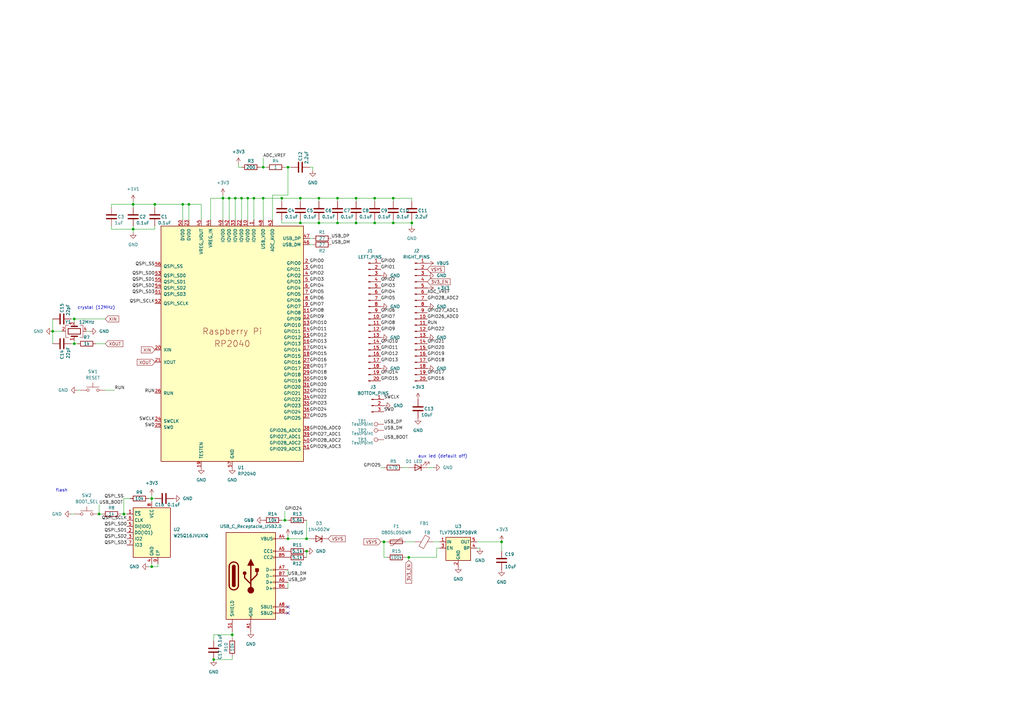
<source format=kicad_sch>
(kicad_sch (version 20230121) (generator eeschema)
  (paper "A3")
  (lib_symbols
    (symbol "Connector:Conn_01x03_Pin" (pin_names (offset 1.016) hide)
      (property "Reference" "J" (at 0 5.08 0))
      (property "Value" "Conn_01x03_Pin" (at 0 -5.08 0))
      (symbol "Conn_01x03_Pin_1_1"
        (pin passive line (at 5.08 2.54 180) (length 3.81) (name "Pin_1") (number "1"))
        (pin passive line (at 5.08 0 180) (length 3.81) (name "Pin_2") (number "2"))
        (pin passive line (at 5.08 -2.54 180) (length 3.81) (name "Pin_3") (number "3"))
      )
    )
    (symbol "Connector:Conn_01x20_Pin" (pin_names (offset 1.016) hide)
      (property "Reference" "J" (at 0 25.4 0))
      (property "Value" "Conn_01x20_Pin" (at 0 -27.94 0))
      (symbol "Conn_01x20_Pin_1_1"
        (pin passive line (at 5.08 22.86 180) (length 3.81) (name "Pin_1") (number "1"))
        (pin passive line (at 5.08 0 180) (length 3.81) (name "Pin_10") (number "10"))
        (pin passive line (at 5.08 -2.54 180) (length 3.81) (name "Pin_11") (number "11"))
        (pin passive line (at 5.08 -5.08 180) (length 3.81) (name "Pin_12") (number "12"))
        (pin passive line (at 5.08 -7.62 180) (length 3.81) (name "Pin_13") (number "13"))
        (pin passive line (at 5.08 -10.16 180) (length 3.81) (name "Pin_14") (number "14"))
        (pin passive line (at 5.08 -12.7 180) (length 3.81) (name "Pin_15") (number "15"))
        (pin passive line (at 5.08 -15.24 180) (length 3.81) (name "Pin_16") (number "16"))
        (pin passive line (at 5.08 -17.78 180) (length 3.81) (name "Pin_17") (number "17"))
        (pin passive line (at 5.08 -20.32 180) (length 3.81) (name "Pin_18") (number "18"))
        (pin passive line (at 5.08 -22.86 180) (length 3.81) (name "Pin_19") (number "19"))
        (pin passive line (at 5.08 20.32 180) (length 3.81) (name "Pin_2") (number "2"))
        (pin passive line (at 5.08 -25.4 180) (length 3.81) (name "Pin_20") (number "20"))
        (pin passive line (at 5.08 17.78 180) (length 3.81) (name "Pin_3") (number "3"))
        (pin passive line (at 5.08 15.24 180) (length 3.81) (name "Pin_4") (number "4"))
        (pin passive line (at 5.08 12.7 180) (length 3.81) (name "Pin_5") (number "5"))
        (pin passive line (at 5.08 10.16 180) (length 3.81) (name "Pin_6") (number "6"))
        (pin passive line (at 5.08 7.62 180) (length 3.81) (name "Pin_7") (number "7"))
        (pin passive line (at 5.08 5.08 180) (length 3.81) (name "Pin_8") (number "8"))
        (pin passive line (at 5.08 2.54 180) (length 3.81) (name "Pin_9") (number "9"))
      )
    )
    (symbol "Connector:TestPoint" (pin_numbers hide) (pin_names (offset 0.762) hide)
      (property "Reference" "TP" (at 0 6.858 0))
      (property "Value" "TestPoint" (at 0 5.08 0))
      (symbol "TestPoint_1_1"
        (pin passive line (at 0 0 90) (length 2.54) (name "1") (number "1"))
      )
    )
    (symbol "Connector:USB_C_Receptacle_USB2.0" (pin_names (offset 1.016))
      (property "Reference" "J" (at -10.16 19.05 0))
      (property "Value" "USB_C_Receptacle_USB2.0" (at 19.05 19.05 0))
      (symbol "USB_C_Receptacle_USB2.0_1_1"
        (pin passive line (at 0 -22.86 90) (length 5.08) (name "GND") (number "A1"))
        (pin passive line (at 0 -22.86 90) (length 5.08) hide (name "GND") (number "A12"))
        (pin passive line (at 15.24 15.24 180) (length 5.08) (name "VBUS") (number "A4"))
        (pin bidirectional line (at 15.24 10.16 180) (length 5.08) (name "CC1") (number "A5"))
        (pin bidirectional line (at 15.24 -2.54 180) (length 5.08) (name "D+") (number "A6"))
        (pin bidirectional line (at 15.24 2.54 180) (length 5.08) (name "D-") (number "A7"))
        (pin bidirectional line (at 15.24 -12.7 180) (length 5.08) (name "SBU1") (number "A8"))
        (pin passive line (at 15.24 15.24 180) (length 5.08) hide (name "VBUS") (number "A9"))
        (pin passive line (at 0 -22.86 90) (length 5.08) hide (name "GND") (number "B1"))
        (pin passive line (at 0 -22.86 90) (length 5.08) hide (name "GND") (number "B12"))
        (pin passive line (at 15.24 15.24 180) (length 5.08) hide (name "VBUS") (number "B4"))
        (pin bidirectional line (at 15.24 7.62 180) (length 5.08) (name "CC2") (number "B5"))
        (pin bidirectional line (at 15.24 -5.08 180) (length 5.08) (name "D+") (number "B6"))
        (pin bidirectional line (at 15.24 0 180) (length 5.08) (name "D-") (number "B7"))
        (pin bidirectional line (at 15.24 -15.24 180) (length 5.08) (name "SBU2") (number "B8"))
        (pin passive line (at 15.24 15.24 180) (length 5.08) hide (name "VBUS") (number "B9"))
        (pin passive line (at -7.62 -22.86 90) (length 5.08) (name "SHIELD") (number "S1"))
      )
    )
    (symbol "Device:C" (pin_numbers hide) (pin_names (offset 0.254))
      (property "Reference" "C" (at 0.635 2.54 0))
      (property "Value" "C" (at 0.635 -2.54 0))
      (symbol "C_1_1"
        (pin passive line (at 0 3.81 270) (length 2.794) (name "~") (number "1"))
        (pin passive line (at 0 -3.81 90) (length 2.794) (name "~") (number "2"))
      )
    )
    (symbol "Device:Crystal_GND24" (pin_names (offset 1.016) hide)
      (property "Reference" "Y" (at 3.175 5.08 0))
      (property "Value" "Crystal_GND24" (at 3.175 3.175 0))
      (symbol "Crystal_GND24_1_1"
        (pin passive line (at -3.81 0 0) (length 1.27) (name "1") (number "1"))
        (pin passive line (at 0 5.08 270) (length 1.27) (name "2") (number "2"))
        (pin passive line (at 3.81 0 180) (length 1.27) (name "3") (number "3"))
        (pin passive line (at 0 -5.08 90) (length 1.27) (name "4") (number "4"))
      )
    )
    (symbol "Device:D_Zener" (pin_numbers hide) (pin_names (offset 1.016) hide)
      (property "Reference" "D" (at 0 2.54 0))
      (property "Value" "D_Zener" (at 0 -2.54 0))
      (symbol "D_Zener_1_1"
        (pin passive line (at -3.81 0 0) (length 2.54) (name "K") (number "1"))
        (pin passive line (at 3.81 0 180) (length 2.54) (name "A") (number "2"))
      )
    )
    (symbol "Device:FerriteBead" (pin_numbers hide) (pin_names (offset 0))
      (property "Reference" "FB" (at -3.81 0.635 90))
      (property "Value" "FerriteBead" (at 3.81 0 90))
      (symbol "FerriteBead_1_1"
        (pin passive line (at 0 3.81 270) (length 2.54) (name "~") (number "1"))
        (pin passive line (at 0 -3.81 90) (length 2.54) (name "~") (number "2"))
      )
    )
    (symbol "Device:LED" (pin_numbers hide) (pin_names (offset 1.016) hide)
      (property "Reference" "D" (at 0 2.54 0))
      (property "Value" "LED" (at 0 -2.54 0))
      (symbol "LED_1_1"
        (pin passive line (at -3.81 0 0) (length 2.54) (name "K") (number "1"))
        (pin passive line (at 3.81 0 180) (length 2.54) (name "A") (number "2"))
      )
    )
    (symbol "Device:Polyfuse" (pin_numbers hide) (pin_names (offset 0))
      (property "Reference" "F" (at -2.54 0 90))
      (property "Value" "Polyfuse" (at 2.54 0 90))
      (symbol "Polyfuse_1_1"
        (pin passive line (at 0 3.81 270) (length 1.27) (name "~") (number "1"))
        (pin passive line (at 0 -3.81 90) (length 1.27) (name "~") (number "2"))
      )
    )
    (symbol "Device:R" (pin_numbers hide) (pin_names (offset 0))
      (property "Reference" "R" (at 2.032 0 90))
      (property "Value" "R" (at 0 0 90))
      (symbol "R_1_1"
        (pin passive line (at 0 3.81 270) (length 1.27) (name "~") (number "1"))
        (pin passive line (at 0 -3.81 90) (length 1.27) (name "~") (number "2"))
      )
    )
    (symbol "MCU_RaspberryPi_RP2040:RP2040" (pin_names (offset 1.016))
      (property "Reference" "U" (at -29.21 49.53 0))
      (property "Value" "RP2040" (at 24.13 -49.53 0))
      (symbol "RP2040_0_0"
        (text "Raspberry Pi" (at 0 5.08 0) (effects (font (size 2.54 2.54))))
        (text "RP2040" (at 0 0 0) (effects (font (size 2.54 2.54))))
      )
      (symbol "RP2040_1_1"
        (pin power_in line (at 8.89 50.8 270) (length 2.54) (name "IOVDD") (number "1"))
        (pin power_in line (at 6.35 50.8 270) (length 2.54) (name "IOVDD") (number "10"))
        (pin bidirectional line (at 31.75 12.7 180) (length 2.54) (name "GPIO8") (number "11"))
        (pin bidirectional line (at 31.75 10.16 180) (length 2.54) (name "GPIO9") (number "12"))
        (pin bidirectional line (at 31.75 7.62 180) (length 2.54) (name "GPIO10") (number "13"))
        (pin bidirectional line (at 31.75 5.08 180) (length 2.54) (name "GPIO11") (number "14"))
        (pin bidirectional line (at 31.75 2.54 180) (length 2.54) (name "GPIO12") (number "15"))
        (pin bidirectional line (at 31.75 0 180) (length 2.54) (name "GPIO13") (number "16"))
        (pin bidirectional line (at 31.75 -2.54 180) (length 2.54) (name "GPIO14") (number "17"))
        (pin bidirectional line (at 31.75 -5.08 180) (length 2.54) (name "GPIO15") (number "18"))
        (pin passive line (at -12.7 -50.8 90) (length 2.54) (name "TESTEN") (number "19"))
        (pin bidirectional line (at 31.75 33.02 180) (length 2.54) (name "GPIO0") (number "2"))
        (pin input line (at -31.75 -2.54 0) (length 2.54) (name "XIN") (number "20"))
        (pin passive line (at -31.75 -7.62 0) (length 2.54) (name "XOUT") (number "21"))
        (pin power_in line (at 3.81 50.8 270) (length 2.54) (name "IOVDD") (number "22"))
        (pin power_in line (at -17.78 50.8 270) (length 2.54) (name "DVDD") (number "23"))
        (pin output line (at -31.75 -31.75 0) (length 2.54) (name "SWCLK") (number "24"))
        (pin bidirectional line (at -31.75 -34.29 0) (length 2.54) (name "SWD") (number "25"))
        (pin input line (at -31.75 -20.32 0) (length 2.54) (name "RUN") (number "26"))
        (pin bidirectional line (at 31.75 -7.62 180) (length 2.54) (name "GPIO16") (number "27"))
        (pin bidirectional line (at 31.75 -10.16 180) (length 2.54) (name "GPIO17") (number "28"))
        (pin bidirectional line (at 31.75 -12.7 180) (length 2.54) (name "GPIO18") (number "29"))
        (pin bidirectional line (at 31.75 30.48 180) (length 2.54) (name "GPIO1") (number "3"))
        (pin bidirectional line (at 31.75 -15.24 180) (length 2.54) (name "GPIO19") (number "30"))
        (pin bidirectional line (at 31.75 -17.78 180) (length 2.54) (name "GPIO20") (number "31"))
        (pin bidirectional line (at 31.75 -20.32 180) (length 2.54) (name "GPIO21") (number "32"))
        (pin power_in line (at 1.27 50.8 270) (length 2.54) (name "IOVDD") (number "33"))
        (pin bidirectional line (at 31.75 -22.86 180) (length 2.54) (name "GPIO22") (number "34"))
        (pin bidirectional line (at 31.75 -25.4 180) (length 2.54) (name "GPIO23") (number "35"))
        (pin bidirectional line (at 31.75 -27.94 180) (length 2.54) (name "GPIO24") (number "36"))
        (pin bidirectional line (at 31.75 -30.48 180) (length 2.54) (name "GPIO25") (number "37"))
        (pin bidirectional line (at 31.75 -35.56 180) (length 2.54) (name "GPIO26_ADC0") (number "38"))
        (pin bidirectional line (at 31.75 -38.1 180) (length 2.54) (name "GPIO27_ADC1") (number "39"))
        (pin bidirectional line (at 31.75 27.94 180) (length 2.54) (name "GPIO2") (number "4"))
        (pin bidirectional line (at 31.75 -40.64 180) (length 2.54) (name "GPIO28_ADC2") (number "40"))
        (pin bidirectional line (at 31.75 -43.18 180) (length 2.54) (name "GPIO29_ADC3") (number "41"))
        (pin power_in line (at -1.27 50.8 270) (length 2.54) (name "IOVDD") (number "42"))
        (pin power_in line (at 16.51 50.8 270) (length 2.54) (name "ADC_AVDD") (number "43"))
        (pin power_in line (at -8.89 50.8 270) (length 2.54) (name "VREG_IN") (number "44"))
        (pin power_out line (at -12.7 50.8 270) (length 2.54) (name "VREG_VOUT") (number "45"))
        (pin bidirectional line (at 31.75 40.64 180) (length 2.54) (name "USB_DM") (number "46"))
        (pin bidirectional line (at 31.75 43.18 180) (length 2.54) (name "USB_DP") (number "47"))
        (pin power_in line (at 12.7 50.8 270) (length 2.54) (name "USB_VDD") (number "48"))
        (pin power_in line (at -3.81 50.8 270) (length 2.54) (name "IOVDD") (number "49"))
        (pin bidirectional line (at 31.75 25.4 180) (length 2.54) (name "GPIO3") (number "5"))
        (pin power_in line (at -20.32 50.8 270) (length 2.54) (name "DVDD") (number "50"))
        (pin bidirectional line (at -31.75 20.32 0) (length 2.54) (name "QSPI_SD3") (number "51"))
        (pin output line (at -31.75 16.51 0) (length 2.54) (name "QSPI_SCLK") (number "52"))
        (pin bidirectional line (at -31.75 27.94 0) (length 2.54) (name "QSPI_SD0") (number "53"))
        (pin bidirectional line (at -31.75 22.86 0) (length 2.54) (name "QSPI_SD2") (number "54"))
        (pin bidirectional line (at -31.75 25.4 0) (length 2.54) (name "QSPI_SD1") (number "55"))
        (pin bidirectional line (at -31.75 31.75 0) (length 2.54) (name "QSPI_SS") (number "56"))
        (pin power_in line (at 0 -50.8 90) (length 2.54) (name "GND") (number "57"))
        (pin bidirectional line (at 31.75 22.86 180) (length 2.54) (name "GPIO4") (number "6"))
        (pin bidirectional line (at 31.75 20.32 180) (length 2.54) (name "GPIO5") (number "7"))
        (pin bidirectional line (at 31.75 17.78 180) (length 2.54) (name "GPIO6") (number "8"))
        (pin bidirectional line (at 31.75 15.24 180) (length 2.54) (name "GPIO7") (number "9"))
      )
    )
    (symbol "Memory_Flash:W25Q32JVZP"
      (property "Reference" "U" (at -6.35 11.43 0))
      (property "Value" "W25Q32JVZP" (at 7.62 11.43 0))
      (symbol "W25Q32JVZP_1_1"
        (pin input line (at -10.16 7.62 0) (length 2.54) (name "~{CS}") (number "1"))
        (pin bidirectional line (at -10.16 0 0) (length 2.54) (name "DO(IO1)") (number "2"))
        (pin bidirectional line (at -10.16 -2.54 0) (length 2.54) (name "IO2") (number "3"))
        (pin power_in line (at 0 -12.7 90) (length 2.54) (name "GND") (number "4"))
        (pin bidirectional line (at -10.16 2.54 0) (length 2.54) (name "DI(IO0)") (number "5"))
        (pin input line (at -10.16 5.08 0) (length 2.54) (name "CLK") (number "6"))
        (pin bidirectional line (at -10.16 -5.08 0) (length 2.54) (name "IO3") (number "7"))
        (pin power_in line (at 0 12.7 270) (length 2.54) (name "VCC") (number "8"))
        (pin passive line (at 2.54 -12.7 90) (length 2.54) (name "EP") (number "9"))
      )
    )
    (symbol "Regulator_Linear:AP131-15" (pin_names (offset 0.254))
      (property "Reference" "U" (at -3.81 5.715 0))
      (property "Value" "AP131-15" (at 0 5.715 0))
      (symbol "AP131-15_1_1"
        (pin power_in line (at -7.62 2.54 0) (length 2.54) (name "IN") (number "1"))
        (pin power_in line (at 0 -7.62 90) (length 2.54) (name "GND") (number "2"))
        (pin input line (at -7.62 0 0) (length 2.54) (name "EN") (number "3"))
        (pin input line (at 7.62 0 180) (length 2.54) (name "BP") (number "4"))
        (pin power_out line (at 7.62 2.54 180) (length 2.54) (name "OUT") (number "5"))
      )
    )
    (symbol "Switch:SW_Push" (pin_numbers hide) (pin_names (offset 1.016) hide)
      (property "Reference" "SW" (at 1.27 2.54 0))
      (property "Value" "SW_Push" (at 0 -1.524 0))
      (symbol "SW_Push_0_1"
        (pin passive line (at -5.08 0 0) (length 2.54) (name "1") (number "1"))
        (pin passive line (at 5.08 0 180) (length 2.54) (name "2") (number "2"))
      )
    )
    (symbol "power:+1V1" (power) (pin_names (offset 0))
      (property "Value" "+1V1" (at 0 3.556 0))
      (symbol "+1V1_1_1"
        (pin power_in line (at 0 0 90) (length 0) hide (name "+1V1") (number "1"))
      )
    )
    (symbol "power:+3V3" (power) (pin_names (offset 0))
      (property "Value" "+3V3" (at 0 3.556 0))
      (symbol "+3V3_1_1"
        (pin power_in line (at 0 0 90) (length 0) hide (name "+3V3") (number "1"))
      )
    )
    (symbol "power:GND" (power) (pin_names (offset 0))
      (property "Value" "GND" (at 0 -3.81 0))
      (symbol "GND_1_1"
        (pin power_in line (at 0 0 270) (length 0) hide (name "GND") (number "1"))
      )
    )
    (symbol "power:VBUS" (power) (pin_names (offset 0))
      (property "Value" "VBUS" (at 0 3.81 0))
      (symbol "VBUS_1_1"
        (pin power_in line (at 0 0 90) (length 0) hide (name "VBUS") (number "1"))
      )
    )
  )
  (junction (at 93.98 81.28))
  (junction (at 153.67 81.28))
  (junction (at 77.47 83.82))
  (junction (at 21.59 135.89))
  (junction (at 54.61 93.98))
  (junction (at 161.29 91.44))
  (junction (at 168.91 91.44))
  (junction (at 118.11 220.98))
  (junction (at 30.48 140.97))
  (junction (at 138.43 81.28))
  (junction (at 62.23 204.47))
  (junction (at 125.73 226.06))
  (junction (at 87.63 270.51))
  (junction (at 50.8 210.82))
  (junction (at 123.19 81.28))
  (junction (at 104.14 81.28))
  (junction (at 107.95 68.58))
  (junction (at 99.06 81.28))
  (junction (at 125.73 220.98))
  (junction (at 167.64 228.6))
  (junction (at 115.57 81.28))
  (junction (at 123.19 91.44))
  (junction (at 101.6 81.28))
  (junction (at 157.48 222.25))
  (junction (at 63.5 83.82))
  (junction (at 205.74 222.25))
  (junction (at 118.11 68.58))
  (junction (at 62.23 232.41))
  (junction (at 107.95 81.28))
  (junction (at 138.43 91.44))
  (junction (at 91.44 81.28))
  (junction (at 95.25 260.35))
  (junction (at 40.64 210.82))
  (junction (at 74.93 83.82))
  (junction (at 54.61 83.82))
  (junction (at 130.81 91.44))
  (junction (at 161.29 81.28))
  (junction (at 130.81 81.28))
  (junction (at 116.84 213.36))
  (junction (at 96.52 81.28))
  (junction (at 146.05 81.28))
  (junction (at 30.48 130.81))
  (junction (at 153.67 91.44))
  (junction (at 146.05 91.44))
  (no_connect (at 118.11 251.46))
  (no_connect (at 118.11 248.92))
  (wire (pts (xy 168.91 90.17) (xy 168.91 91.44)))
  (wire (pts (xy 60.96 204.47) (xy 62.23 204.47)))
  (wire (pts (xy 97.79 68.58) (xy 99.06 68.58)))
  (wire (pts (xy 153.67 81.28) (xy 153.67 82.55)))
  (wire (pts (xy 35.56 135.89) (xy 36.83 135.89)))
  (wire (pts (xy 54.61 92.71) (xy 54.61 93.98)))
  (wire (pts (xy 146.05 81.28) (xy 153.67 81.28)))
  (wire (pts (xy 118.11 220.98) (xy 125.73 220.98)))
  (wire (pts (xy 118.11 238.76) (xy 118.11 241.3)))
  (wire (pts (xy 118.11 68.58) (xy 119.38 68.58)))
  (wire (pts (xy 161.29 81.28) (xy 161.29 82.55)))
  (wire (pts (xy 63.5 93.98) (xy 54.61 93.98)))
  (wire (pts (xy 53.34 204.47) (xy 50.8 204.47)))
  (wire (pts (xy 30.48 130.81) (xy 30.48 132.08)))
  (wire (pts (xy 96.52 81.28) (xy 96.52 90.17)))
  (wire (pts (xy 62.23 204.47) (xy 63.5 204.47)))
  (wire (pts (xy 104.14 81.28) (xy 107.95 81.28)))
  (wire (pts (xy 146.05 91.44) (xy 153.67 91.44)))
  (wire (pts (xy 128.27 69.85) (xy 128.27 68.58)))
  (wire (pts (xy 63.5 83.82) (xy 74.93 83.82)))
  (wire (pts (xy 104.14 81.28) (xy 104.14 90.17)))
  (wire (pts (xy 166.37 222.25) (xy 170.18 222.25)))
  (wire (pts (xy 96.52 81.28) (xy 99.06 81.28)))
  (wire (pts (xy 123.19 90.17) (xy 123.19 91.44)))
  (wire (pts (xy 87.63 262.89) (xy 87.63 260.35)))
  (wire (pts (xy 107.95 68.58) (xy 107.95 64.77)))
  (wire (pts (xy 30.48 130.81) (xy 43.18 130.81)))
  (wire (pts (xy 29.21 140.97) (xy 30.48 140.97)))
  (wire (pts (xy 153.67 81.28) (xy 161.29 81.28)))
  (wire (pts (xy 107.95 81.28) (xy 107.95 90.17)))
  (wire (pts (xy 130.81 90.17) (xy 130.81 91.44)))
  (wire (pts (xy 101.6 81.28) (xy 101.6 90.17)))
  (wire (pts (xy 118.11 80.01) (xy 118.11 68.58)))
  (wire (pts (xy 195.58 222.25) (xy 205.74 222.25)))
  (wire (pts (xy 118.11 236.22) (xy 118.11 233.68)))
  (wire (pts (xy 179.07 224.79) (xy 180.34 224.79)))
  (wire (pts (xy 29.21 210.82) (xy 30.48 210.82)))
  (wire (pts (xy 30.48 140.97) (xy 30.48 139.7)))
  (wire (pts (xy 54.61 93.98) (xy 54.61 95.25)))
  (wire (pts (xy 91.44 80.01) (xy 91.44 81.28)))
  (wire (pts (xy 95.25 260.35) (xy 95.25 259.08)))
  (wire (pts (xy 156.21 222.25) (xy 157.48 222.25)))
  (wire (pts (xy 125.73 213.36) (xy 125.73 220.98)))
  (wire (pts (xy 74.93 83.82) (xy 74.93 90.17)))
  (wire (pts (xy 161.29 91.44) (xy 168.91 91.44)))
  (wire (pts (xy 123.19 81.28) (xy 123.19 82.55)))
  (wire (pts (xy 39.37 140.97) (xy 43.18 140.97)))
  (wire (pts (xy 45.72 83.82) (xy 54.61 83.82)))
  (wire (pts (xy 115.57 81.28) (xy 115.57 82.55)))
  (wire (pts (xy 130.81 91.44) (xy 138.43 91.44)))
  (wire (pts (xy 74.93 83.82) (xy 77.47 83.82)))
  (wire (pts (xy 87.63 260.35) (xy 95.25 260.35)))
  (wire (pts (xy 111.76 80.01) (xy 118.11 80.01)))
  (wire (pts (xy 30.48 140.97) (xy 31.75 140.97)))
  (wire (pts (xy 101.6 81.28) (xy 104.14 81.28)))
  (wire (pts (xy 54.61 82.55) (xy 54.61 83.82)))
  (wire (pts (xy 146.05 81.28) (xy 146.05 82.55)))
  (wire (pts (xy 153.67 90.17) (xy 153.67 91.44)))
  (wire (pts (xy 179.07 224.79) (xy 179.07 228.6)))
  (wire (pts (xy 115.57 91.44) (xy 123.19 91.44)))
  (wire (pts (xy 50.8 210.82) (xy 52.07 210.82)))
  (wire (pts (xy 45.72 85.09) (xy 45.72 83.82)))
  (wire (pts (xy 95.25 260.35) (xy 95.25 261.62)))
  (wire (pts (xy 107.95 68.58) (xy 109.22 68.58)))
  (wire (pts (xy 167.64 228.6) (xy 167.64 229.87)))
  (wire (pts (xy 62.23 231.14) (xy 62.23 232.41)))
  (wire (pts (xy 63.5 85.09) (xy 63.5 83.82)))
  (wire (pts (xy 146.05 90.17) (xy 146.05 91.44)))
  (wire (pts (xy 127 100.33) (xy 128.27 100.33)))
  (wire (pts (xy 91.44 81.28) (xy 93.98 81.28)))
  (wire (pts (xy 167.64 228.6) (xy 179.07 228.6)))
  (wire (pts (xy 123.19 91.44) (xy 130.81 91.44)))
  (wire (pts (xy 118.11 219.71) (xy 118.11 220.98)))
  (wire (pts (xy 31.75 160.02) (xy 33.02 160.02)))
  (wire (pts (xy 21.59 135.89) (xy 21.59 140.97)))
  (wire (pts (xy 107.95 81.28) (xy 115.57 81.28)))
  (wire (pts (xy 62.23 203.2) (xy 62.23 204.47)))
  (wire (pts (xy 50.8 204.47) (xy 50.8 210.82)))
  (wire (pts (xy 45.72 93.98) (xy 54.61 93.98)))
  (wire (pts (xy 54.61 83.82) (xy 54.61 85.09)))
  (wire (pts (xy 86.36 81.28) (xy 91.44 81.28)))
  (wire (pts (xy 175.26 191.77) (xy 177.8 191.77)))
  (wire (pts (xy 168.91 91.44) (xy 168.91 92.71)))
  (wire (pts (xy 128.27 68.58) (xy 127 68.58)))
  (wire (pts (xy 196.85 224.79) (xy 195.58 224.79)))
  (wire (pts (xy 40.64 207.01) (xy 40.64 210.82)))
  (wire (pts (xy 168.91 82.55) (xy 168.91 81.28)))
  (wire (pts (xy 130.81 81.28) (xy 138.43 81.28)))
  (wire (pts (xy 115.57 81.28) (xy 123.19 81.28)))
  (wire (pts (xy 111.76 90.17) (xy 111.76 80.01)))
  (wire (pts (xy 156.21 191.77) (xy 157.48 191.77)))
  (wire (pts (xy 177.8 222.25) (xy 180.34 222.25)))
  (wire (pts (xy 93.98 81.28) (xy 96.52 81.28)))
  (wire (pts (xy 95.25 270.51) (xy 87.63 270.51)))
  (wire (pts (xy 62.23 232.41) (xy 64.77 232.41)))
  (wire (pts (xy 123.19 81.28) (xy 130.81 81.28)))
  (wire (pts (xy 63.5 83.82) (xy 54.61 83.82)))
  (wire (pts (xy 29.21 130.81) (xy 30.48 130.81)))
  (wire (pts (xy 116.84 209.55) (xy 116.84 213.36)))
  (wire (pts (xy 127 220.98) (xy 125.73 220.98)))
  (wire (pts (xy 62.23 204.47) (xy 62.23 205.74)))
  (wire (pts (xy 64.77 232.41) (xy 64.77 231.14)))
  (wire (pts (xy 95.25 269.24) (xy 95.25 270.51)))
  (wire (pts (xy 138.43 81.28) (xy 138.43 82.55)))
  (wire (pts (xy 138.43 90.17) (xy 138.43 91.44)))
  (wire (pts (xy 40.64 210.82) (xy 41.91 210.82)))
  (wire (pts (xy 82.55 83.82) (xy 82.55 90.17)))
  (wire (pts (xy 116.84 213.36) (xy 118.11 213.36)))
  (wire (pts (xy 93.98 81.28) (xy 93.98 90.17)))
  (wire (pts (xy 130.81 81.28) (xy 130.81 82.55)))
  (wire (pts (xy 45.72 92.71) (xy 45.72 93.98)))
  (wire (pts (xy 86.36 90.17) (xy 86.36 81.28)))
  (wire (pts (xy 157.48 228.6) (xy 158.75 228.6)))
  (wire (pts (xy 60.96 232.41) (xy 62.23 232.41)))
  (wire (pts (xy 91.44 81.28) (xy 91.44 90.17)))
  (wire (pts (xy 77.47 83.82) (xy 77.47 90.17)))
  (wire (pts (xy 21.59 135.89) (xy 25.4 135.89)))
  (wire (pts (xy 125.73 226.06) (xy 125.73 228.6)))
  (wire (pts (xy 161.29 90.17) (xy 161.29 91.44)))
  (wire (pts (xy 46.99 160.02) (xy 43.18 160.02)))
  (wire (pts (xy 157.48 222.25) (xy 157.48 228.6)))
  (wire (pts (xy 127 97.79) (xy 128.27 97.79)))
  (wire (pts (xy 115.57 90.17) (xy 115.57 91.44)))
  (wire (pts (xy 153.67 91.44) (xy 161.29 91.44)))
  (wire (pts (xy 138.43 91.44) (xy 146.05 91.44)))
  (wire (pts (xy 138.43 81.28) (xy 146.05 81.28)))
  (wire (pts (xy 165.1 191.77) (xy 167.64 191.77)))
  (wire (pts (xy 49.53 210.82) (xy 50.8 210.82)))
  (wire (pts (xy 157.48 222.25) (xy 158.75 222.25)))
  (wire (pts (xy 21.59 130.81) (xy 21.59 135.89)))
  (wire (pts (xy 99.06 81.28) (xy 101.6 81.28)))
  (wire (pts (xy 106.68 68.58) (xy 107.95 68.58)))
  (wire (pts (xy 166.37 228.6) (xy 167.64 228.6)))
  (wire (pts (xy 116.84 213.36) (xy 115.57 213.36)))
  (wire (pts (xy 63.5 92.71) (xy 63.5 93.98)))
  (wire (pts (xy 205.74 222.25) (xy 205.74 226.06)))
  (wire (pts (xy 99.06 81.28) (xy 99.06 90.17)))
  (wire (pts (xy 77.47 83.82) (xy 82.55 83.82)))
  (wire (pts (xy 161.29 81.28) (xy 168.91 81.28)))
  (wire (pts (xy 97.79 67.31) (xy 97.79 68.58)))
  (wire (pts (xy 116.84 68.58) (xy 118.11 68.58)))
  (text "aux led (default off)" (at 171.45 187.96 0) (effects (font (size 1.27 1.27)) (justify left bottom)))
  (text "crystal (12MHz)" (at 31.75 127 0) (effects (font (size 1.27 1.27)) (justify left bottom)))
  (text "flash" (at 22.86 201.93 0) (effects (font (size 1.27 1.27)) (justify left bottom)))
  (label "SWD" (at 63.5 175.26 180))
  (label "QSPI_SD2" (at 52.07 220.98 180))
  (label "GPIO18" (at 175.26 148.59 0))
  (label "GPIO21" (at 127 161.29 0))
  (label "GPIO16" (at 127 148.59 0))
  (label "GPIO2" (at 156.21 115.57 0))
  (label "RUN" (at 46.99 160.02 0))
  (label "GPIO14" (at 127 143.51 0))
  (label "GPIO12" (at 127 138.43 0))
  (label "GPIO3" (at 156.21 118.11 0))
  (label "GPIO22" (at 127 163.83 0))
  (label "QSPI_SD2" (at 63.5 118.11 180))
  (label "GPIO20" (at 127 158.75 0))
  (label "SWD" (at 157.48 168.91 0))
  (label "RUN" (at 175.26 133.35 0))
  (label "GPIO10" (at 127 133.35 0))
  (label "RUN" (at 63.5 161.29 180))
  (label "GPIO14" (at 156.21 153.67 0))
  (label "GPIO2" (at 127 113.03 0))
  (label "GPIO6" (at 156.21 128.27 0))
  (label "GPIO23" (at 127 166.37 0))
  (label "GPIO12" (at 156.21 146.05 0))
  (label "GPIO13" (at 127 140.97 0))
  (label "GPIO24" (at 127 168.91 0))
  (label "GPIO9" (at 127 130.81 0))
  (label "USB_DM" (at 118.11 236.22 0))
  (label "GPIO22" (at 175.26 135.89 0))
  (label "GPIO1" (at 156.21 110.49 0))
  (label "GPIO19" (at 127 156.21 0))
  (label "QSPI_SD3" (at 52.07 223.52 180))
  (label "USB_DM" (at 135.89 100.33 0))
  (label "GPIO4" (at 156.21 120.65 0))
  (label "GPIO29_ADC3" (at 127 184.15 0))
  (label "GPIO17" (at 175.26 153.67 0))
  (label "GPIO15" (at 156.21 156.21 0))
  (label "GPIO28_ADC2" (at 127 181.61 0))
  (label "GPIO28_ADC2" (at 175.26 123.19 0))
  (label "GPIO0" (at 156.21 107.95 0))
  (label "GPIO10" (at 156.21 140.97 0))
  (label "SWCLK" (at 63.5 172.72 180))
  (label "GPIO5" (at 127 120.65 0))
  (label "GPIO6" (at 127 123.19 0))
  (label "GPIO19" (at 175.26 146.05 0))
  (label "QSPI_SCLK" (at 52.07 213.36 180))
  (label "GPIO8" (at 127 128.27 0))
  (label "GPIO17" (at 127 151.13 0))
  (label "SWCLK" (at 157.48 163.83 0))
  (label "USB_DM" (at 157.48 176.53 0))
  (label "QSPI_SD0" (at 63.5 113.03 180))
  (label "GPIO7" (at 127 125.73 0))
  (label "GPIO5" (at 156.21 123.19 0))
  (label "GPIO26_ADC0" (at 127 176.53 0))
  (label "GPIO24" (at 116.84 209.55 0))
  (label "QSPI_SD1" (at 52.07 218.44 180))
  (label "GPIO11" (at 127 135.89 0))
  (label "USB_DP" (at 135.89 97.79 0))
  (label "GPIO25" (at 127 171.45 0))
  (label "GPIO0" (at 127 107.95 0))
  (label "ADC_VREF" (at 175.26 120.65 0))
  (label "GPIO25" (at 156.21 191.77 180))
  (label "USB_DP" (at 118.11 238.76 0))
  (label "GPIO21" (at 175.26 140.97 0))
  (label "GPIO4" (at 127 118.11 0))
  (label "GPIO13" (at 156.21 148.59 0))
  (label "GPIO16" (at 175.26 156.21 0))
  (label "USB_BOOT" (at 157.48 180.34 0))
  (label "GPIO11" (at 156.21 143.51 0))
  (label "GPIO18" (at 127 153.67 0))
  (label "QSPI_SD0" (at 52.07 215.9 180))
  (label "GPIO3" (at 127 115.57 0))
  (label "GPIO8" (at 156.21 133.35 0))
  (label "GPIO27_ADC1" (at 175.26 128.27 0))
  (label "ADC_VREF" (at 107.95 64.77 0))
  (label "QSPI_SCLK" (at 63.5 124.46 180))
  (label "QSPI_SD1" (at 63.5 115.57 180))
  (label "USB_BOOT" (at 40.64 207.01 0))
  (label "GPIO9" (at 156.21 135.89 0))
  (label "QSPI_SS" (at 63.5 109.22 180))
  (label "QSPI_SS" (at 50.8 204.47 180))
  (label "GPIO7" (at 156.21 130.81 0))
  (label "GPIO27_ADC1" (at 127 179.07 0))
  (label "GPIO20" (at 175.26 143.51 0))
  (label "GPIO15" (at 127 146.05 0))
  (label "USB_DP" (at 157.48 173.99 0))
  (label "GPIO26_ADC0" (at 175.26 130.81 0))
  (label "GPIO1" (at 127 110.49 0))
  (label "QSPI_SD3" (at 63.5 120.65 180))
  (global_label "XIN" (shape input) (at 43.18 130.81 0) (property "Intersheetrefs" "${INTERSHEET_REFS}" (effects hide)))
  (global_label "3V3_EN" (shape input) (at 167.64 229.87 270) (property "Intersheetrefs" "${INTERSHEET_REFS}" (effects hide)))
  (global_label "VSYS" (shape input) (at 134.62 220.98 0) (property "Intersheetrefs" "${INTERSHEET_REFS}" (effects hide)))
  (global_label "XOUT" (shape input) (at 43.18 140.97 0) (property "Intersheetrefs" "${INTERSHEET_REFS}" (effects hide)))
  (global_label "XOUT" (shape input) (at 63.5 148.59 180) (property "Intersheetrefs" "${INTERSHEET_REFS}" (effects hide)))
  (global_label "VSYS" (shape input) (at 175.26 110.49 0) (property "Intersheetrefs" "${INTERSHEET_REFS}" (effects hide)))
  (global_label "VSYS" (shape input) (at 156.21 222.25 180) (property "Intersheetrefs" "${INTERSHEET_REFS}" (effects hide)))
  (global_label "XIN" (shape input) (at 63.5 143.51 180) (property "Intersheetrefs" "${INTERSHEET_REFS}" (effects hide)))
  (global_label "3V3_EN" (shape input) (at 175.26 115.57 0) (property "Intersheetrefs" "${INTERSHEET_REFS}" (effects hide)))
  (symbol (lib_id "Device:R") (at 45.72 210.82 90) (unit 1)
    (property "Reference" "R8" (at 45.72 208.28 90))
    (property "Value" "1k" (at 45.72 210.82 90))
    (property "Footprint" "Resistor_SMD:R_0402_1005Metric" (effects hide))
  )
  (symbol (lib_id "Device:R") (at 57.15 204.47 90) (unit 1)
    (property "Reference" "R9" (at 57.15 201.93 90))
    (property "Value" "10k" (at 57.15 204.47 90))
    (property "Footprint" "Resistor_SMD:R_0402_1005Metric" (effects hide))
  )
  (symbol (lib_id "power:GND") (at 102.87 259.08 0) (unit 1)
    (property "Reference" "#PWR033" (effects hide))
    (property "Value" "GND" (at 102.87 264.16 0))
  )
  (symbol (lib_id "Device:R") (at 121.92 228.6 90) (unit 1)
    (property "Reference" "R12" (at 121.92 231.14 90))
    (property "Value" "5.1k" (at 121.92 228.6 90))
    (property "Footprint" "Resistor_SMD:R_0402_1005Metric" (effects hide))
  )
  (symbol (lib_id "Connector:Conn_01x20_Pin") (at 170.18 130.81 0) (unit 1)
    (property "Reference" "J2" (at 170.815 102.87 0))
    (property "Value" "RIGHT_PINS" (at 170.815 105.41 0))
    (property "Footprint" "Connector_PinHeader_2.54mm:PinHeader_1x20_P2.54mm_Vertical" (effects hide))
  )
  (symbol (lib_id "Device:C") (at 130.81 86.36 0) (unit 1)
    (property "Reference" "C6" (at 133.35 86.36 0) (effects (justify left)))
    (property "Value" "0.1uF" (at 132.08 88.9 0) (effects (justify left)))
    (property "Footprint" "Capacitor_SMD:C_0402_1005Metric" (effects hide))
  )
  (symbol (lib_id "Device:R") (at 113.03 68.58 90) (unit 1)
    (property "Reference" "R4" (at 113.03 66.04 90))
    (property "Value" "1" (at 113.03 68.58 90))
    (property "Footprint" "Resistor_SMD:R_0402_1005Metric" (effects hide))
  )
  (symbol (lib_id "power:GND") (at 187.96 232.41 0) (unit 1)
    (property "Reference" "#PWR039" (effects hide))
    (property "Value" "GND" (at 187.96 237.49 0))
  )
  (symbol (lib_id "Device:FerriteBead") (at 173.99 222.25 270) (unit 1)
    (property "Reference" "FB1" (at 174.0408 214.63 90))
    (property "Value" "FB" (at 175.26 218.44 90))
    (property "Footprint" "Resistor_SMD:R_0402_1005Metric" (effects hide))
  )
  (symbol (lib_id "power:GND") (at 36.83 135.89 90) (unit 1)
    (property "Reference" "#PWR027" (effects hide))
    (property "Value" "GND" (at 40.64 135.89 90) (effects (justify right)))
  )
  (symbol (lib_id "power:GND") (at 157.48 166.37 90) (unit 1)
    (property "Reference" "#PWR019" (effects hide))
    (property "Value" "GND" (at 161.29 166.37 90) (effects (justify right)))
  )
  (symbol (lib_id "power:+1V1") (at 54.61 82.55 0) (unit 1)
    (property "Reference" "#PWR04" (effects hide))
    (property "Value" "+1V1" (at 54.61 77.47 0))
  )
  (symbol (lib_id "Device:R") (at 132.08 97.79 90) (unit 1)
    (property "Reference" "R1" (at 132.08 95.25 90))
    (property "Value" "27" (at 132.08 97.79 90))
    (property "Footprint" "Resistor_SMD:R_0402_1005Metric" (effects hide))
  )
  (symbol (lib_id "power:GND") (at 71.12 204.47 90) (unit 1)
    (property "Reference" "#PWR031" (effects hide))
    (property "Value" "GND" (at 74.93 204.47 90) (effects (justify right)))
  )
  (symbol (lib_id "Device:R") (at 121.92 213.36 90) (unit 1)
    (property "Reference" "R13" (at 121.92 210.82 90))
    (property "Value" "5.6k" (at 121.92 213.36 90))
    (property "Footprint" "Resistor_SMD:R_0402_1005Metric" (effects hide))
  )
  (symbol (lib_id "Device:C") (at 161.29 86.36 0) (unit 1)
    (property "Reference" "C10" (at 163.83 86.36 0) (effects (justify left)))
    (property "Value" "0.1uF" (at 162.56 88.9 0) (effects (justify left)))
    (property "Footprint" "Capacitor_SMD:C_0402_1005Metric" (effects hide))
  )
  (symbol (lib_id "Device:C") (at 153.67 86.36 0) (unit 1)
    (property "Reference" "C9" (at 156.21 86.36 0) (effects (justify left)))
    (property "Value" "0.1uF" (at 154.94 88.9 0) (effects (justify left)))
    (property "Footprint" "Capacitor_SMD:C_0402_1005Metric" (effects hide))
  )
  (symbol (lib_id "power:+3V3") (at 62.23 203.2 0) (unit 1)
    (property "Reference" "#PWR029" (effects hide))
    (property "Value" "+3V3" (at 62.23 198.12 0))
  )
  (symbol (lib_id "Connector:Conn_01x20_Pin") (at 151.13 130.81 0) (unit 1)
    (property "Reference" "J1" (at 151.765 102.87 0))
    (property "Value" "LEFT_PINS" (at 151.765 105.41 0))
    (property "Footprint" "Connector_PinHeader_2.54mm:PinHeader_1x20_P2.54mm_Vertical" (effects hide))
  )
  (symbol (lib_id "Device:C") (at 123.19 86.36 0) (unit 1)
    (property "Reference" "C5" (at 125.73 86.36 0) (effects (justify left)))
    (property "Value" "0.1uF" (at 124.46 88.9 0) (effects (justify left)))
    (property "Footprint" "Capacitor_SMD:C_0402_1005Metric" (effects hide))
  )
  (symbol (lib_id "power:+3V3") (at 171.45 163.83 0) (unit 1)
    (property "Reference" "#PWR020" (effects hide))
    (property "Value" "+3V3" (at 171.45 158.75 0))
  )
  (symbol (lib_id "Device:Polyfuse") (at 162.56 222.25 90) (unit 1)
    (property "Reference" "F1" (at 162.56 215.9 90))
    (property "Value" "0805L050WR" (at 162.56 218.44 90))
    (property "Footprint" "Fuse:Fuse_0805_2012Metric" (effects hide))
  )
  (symbol (lib_id "Device:C") (at 45.72 88.9 0) (unit 1)
    (property "Reference" "C3" (at 48.26 88.9 0) (effects (justify left)))
    (property "Value" "1uF" (at 46.99 91.44 0) (effects (justify left)))
    (property "Footprint" "Capacitor_SMD:C_0402_1005Metric" (effects hide))
  )
  (symbol (lib_id "power:GND") (at 175.26 113.03 90) (unit 1)
    (property "Reference" "#PWR017" (effects hide))
    (property "Value" "GND" (at 179.07 113.03 90) (effects (justify right)))
  )
  (symbol (lib_id "Device:C") (at 146.05 86.36 0) (unit 1)
    (property "Reference" "C8" (at 148.59 86.36 0) (effects (justify left)))
    (property "Value" "0.1uF" (at 147.32 88.9 0) (effects (justify left)))
    (property "Footprint" "Capacitor_SMD:C_0402_1005Metric" (effects hide))
  )
  (symbol (lib_id "Device:D_Zener") (at 130.81 220.98 180) (unit 1)
    (property "Reference" "D3" (at 130.81 214.63 0))
    (property "Value" "1N4002W" (at 130.81 217.17 0))
    (property "Footprint" "Diode_SMD:D_SOD-123" (effects hide))
  )
  (symbol (lib_id "power:GND") (at 95.25 191.77 0) (unit 1)
    (property "Reference" "#PWR03" (effects hide))
    (property "Value" "GND" (at 95.25 196.85 0))
  )
  (symbol (lib_id "Device:R") (at 161.29 191.77 90) (unit 1)
    (property "Reference" "R5" (at 161.29 189.23 90))
    (property "Value" "470" (at 161.29 191.77 90))
    (property "Footprint" "Resistor_SMD:R_0402_1005Metric" (effects hide))
  )
  (symbol (lib_id "power:GND") (at 156.21 113.03 90) (unit 1)
    (property "Reference" "#PWR08" (effects hide))
    (property "Value" "GND" (at 160.02 113.03 90) (effects (justify right)))
  )
  (symbol (lib_id "power:GND") (at 54.61 95.25 0) (unit 1)
    (property "Reference" "#PWR05" (effects hide))
    (property "Value" "GND" (at 54.61 100.33 0))
  )
  (symbol (lib_id "Switch:SW_Push") (at 38.1 160.02 0) (unit 1)
    (property "Reference" "SW1" (at 38.1 152.4 0))
    (property "Value" "RESET" (at 38.1 154.94 0))
    (property "Footprint" "Button_Switch_SMD:SW_Push_SPST_NO_Alps_SKRK" (effects hide))
  )
  (symbol (lib_id "power:GND") (at 125.73 226.06 90) (unit 1)
    (property "Reference" "#PWR034" (effects hide))
    (property "Value" "GND" (at 129.54 226.06 90) (effects (justify right)))
  )
  (symbol (lib_id "power:GND") (at 31.75 160.02 270) (unit 1)
    (property "Reference" "#PWR01" (effects hide))
    (property "Value" "GND" (at 27.94 160.02 90) (effects (justify right)))
  )
  (symbol (lib_id "power:VBUS") (at 175.26 107.95 270) (unit 1)
    (property "Reference" "#PWR018" (effects hide))
    (property "Value" "VBUS" (at 179.07 107.95 90) (effects (justify left)))
  )
  (symbol (lib_id "Regulator_Linear:AP131-15") (at 187.96 224.79 0) (unit 1)
    (property "Reference" "U3" (at 187.96 215.9 0))
    (property "Value" "TLV75533PDBVR" (at 187.96 218.44 0))
    (property "Footprint" "Package_TO_SOT_SMD:SOT-23-5" (effects hide))
    (property "Datasheet" "http://www.diodes.com/_files/datasheets/AP131.pdf" (effects hide))
  )
  (symbol (lib_id "power:+3V3") (at 91.44 80.01 0) (unit 1)
    (property "Reference" "#PWR06" (effects hide))
    (property "Value" "+3V3" (at 91.44 74.93 0))
  )
  (symbol (lib_id "Device:R") (at 35.56 140.97 90) (unit 1)
    (property "Reference" "R7" (at 35.56 138.43 90))
    (property "Value" "1k" (at 35.56 140.97 90))
    (property "Footprint" "Resistor_SMD:R_0402_1005Metric" (effects hide))
  )
  (symbol (lib_id "Device:R") (at 132.08 100.33 90) (unit 1)
    (property "Reference" "R2" (at 132.08 102.87 90))
    (property "Value" "27" (at 132.08 100.33 90))
    (property "Footprint" "Resistor_SMD:R_0402_1005Metric" (effects hide))
  )
  (symbol (lib_id "power:GND") (at 196.85 224.79 0) (unit 1)
    (property "Reference" "#PWR037" (effects hide))
    (property "Value" "GND" (at 196.85 229.87 0))
  )
  (symbol (lib_id "Connector:Conn_01x03_Pin") (at 152.4 166.37 0) (unit 1)
    (property "Reference" "J3" (at 153.035 158.75 0))
    (property "Value" "BOTTOM_PINS" (at 153.035 161.29 0))
    (property "Footprint" "Connector_PinHeader_2.54mm:PinHeader_1x03_P2.54mm_Vertical" (effects hide))
  )
  (symbol (lib_id "Memory_Flash:W25Q32JVZP") (at 62.23 218.44 0) (unit 1)
    (property "Reference" "U2" (at 71.12 217.17 0) (effects (justify left)))
    (property "Value" "W25Q16JVUXIQ" (at 71.12 219.71 0) (effects (justify left)))
    (property "Footprint" "Package_SON:SON-8-1EP_3x2mm_P0.5mm_EP1.4x1.6mm" (effects hide))
    (property "Datasheet" "http://www.winbond.com/resource-files/w25q32jv%20revg%2003272018%20plus.pdf" (effects hide))
  )
  (symbol (lib_id "Device:C") (at 25.4 140.97 270) (unit 1)
    (property "Reference" "C14" (at 25.4 143.51 0) (effects (justify left)))
    (property "Value" "22pF" (at 27.94 142.24 0) (effects (justify left)))
    (property "Footprint" "Capacitor_SMD:C_0402_1005Metric" (effects hide))
  )
  (symbol (lib_id "power:GND") (at 171.45 171.45 0) (unit 1)
    (property "Reference" "#PWR021" (effects hide))
    (property "Value" "GND" (at 171.45 176.53 0))
  )
  (symbol (lib_id "Connector:TestPoint") (at 157.48 176.53 90) (unit 1)
    (property "Reference" "TP2" (at 148.59 176.53 90))
    (property "Value" "TestPoint" (at 148.59 177.8 90))
    (property "Footprint" "libraries:CustomTestPoint" (effects hide))
  )
  (symbol (lib_id "Device:R") (at 121.92 226.06 90) (unit 1)
    (property "Reference" "R11" (at 121.92 223.52 90))
    (property "Value" "5.1k" (at 121.92 226.06 90))
    (property "Footprint" "Resistor_SMD:R_0402_1005Metric" (effects hide))
  )
  (symbol (lib_id "power:GND") (at 156.21 138.43 90) (unit 1)
    (property "Reference" "#PWR012" (effects hide))
    (property "Value" "GND" (at 160.02 138.43 90) (effects (justify right)))
  )
  (symbol (lib_id "Device:C") (at 168.91 86.36 0) (unit 1)
    (property "Reference" "C11" (at 171.45 86.36 0) (effects (justify left)))
    (property "Value" "2.2uF" (at 170.18 88.9 0) (effects (justify left)))
    (property "Footprint" "Capacitor_SMD:C_0402_1005Metric" (effects hide))
  )
  (symbol (lib_id "power:GND") (at 168.91 92.71 0) (unit 1)
    (property "Reference" "#PWR07" (effects hide))
    (property "Value" "GND" (at 168.91 97.79 0))
  )
  (symbol (lib_id "Device:C") (at 67.31 204.47 270) (unit 1)
    (property "Reference" "C16" (at 63.5 207.01 90) (effects (justify left)))
    (property "Value" "0.1uF" (at 68.58 207.01 90) (effects (justify left)))
    (property "Footprint" "Capacitor_SMD:C_0402_1005Metric" (effects hide))
  )
  (symbol (lib_id "Device:C") (at 115.57 86.36 0) (unit 1)
    (property "Reference" "C4" (at 118.11 86.36 0) (effects (justify left)))
    (property "Value" "0.1uF" (at 116.84 88.9 0) (effects (justify left)))
    (property "Footprint" "Capacitor_SMD:C_0402_1005Metric" (effects hide))
  )
  (symbol (lib_id "power:GND") (at 156.21 125.73 90) (unit 1)
    (property "Reference" "#PWR011" (effects hide))
    (property "Value" "GND" (at 160.02 125.73 90) (effects (justify right)))
  )
  (symbol (lib_id "power:GND") (at 175.26 125.73 90) (unit 1)
    (property "Reference" "#PWR022" (effects hide))
    (property "Value" "GND" (at 179.07 125.73 90) (effects (justify right)))
  )
  (symbol (lib_id "Device:C") (at 63.5 88.9 0) (unit 1)
    (property "Reference" "C1" (at 66.04 88.9 0) (effects (justify left)))
    (property "Value" "0.1uF" (at 64.77 91.44 0) (effects (justify left)))
    (property "Footprint" "Capacitor_SMD:C_0402_1005Metric" (effects hide))
  )
  (symbol (lib_id "power:+3V3") (at 175.26 118.11 270) (unit 1)
    (property "Reference" "#PWR016" (effects hide))
    (property "Value" "+3V3" (at 179.07 118.11 90) (effects (justify left)))
  )
  (symbol (lib_id "Device:C") (at 25.4 130.81 90) (unit 1)
    (property "Reference" "C15" (at 25.4 128.27 0) (effects (justify left)))
    (property "Value" "22pF" (at 27.94 129.54 0) (effects (justify left)))
    (property "Footprint" "Capacitor_SMD:C_0402_1005Metric" (effects hide))
  )
  (symbol (lib_id "Device:C") (at 54.61 88.9 0) (unit 1)
    (property "Reference" "C2" (at 57.15 88.9 0) (effects (justify left)))
    (property "Value" "0.1uF" (at 55.88 91.44 0) (effects (justify left)))
    (property "Footprint" "Capacitor_SMD:C_0402_1005Metric" (effects hide))
  )
  (symbol (lib_id "power:GND") (at 87.63 270.51 0) (unit 1)
    (property "Reference" "#PWR032" (effects hide))
    (property "Value" "GND" (at 87.63 275.59 0))
  )
  (symbol (lib_id "power:GND") (at 60.96 232.41 270) (unit 1)
    (property "Reference" "#PWR030" (effects hide))
    (property "Value" "GND" (at 57.15 232.41 90) (effects (justify right)))
  )
  (symbol (lib_id "power:GND") (at 29.21 210.82 270) (unit 1)
    (property "Reference" "#PWR028" (effects hide))
    (property "Value" "GND" (at 25.4 210.82 90) (effects (justify right)))
  )
  (symbol (lib_id "Device:R") (at 111.76 213.36 90) (unit 1)
    (property "Reference" "R14" (at 111.76 210.82 90))
    (property "Value" "10k" (at 111.76 213.36 90))
    (property "Footprint" "Resistor_SMD:R_0402_1005Metric" (effects hide))
  )
  (symbol (lib_id "power:GND") (at 107.95 213.36 270) (unit 1)
    (property "Reference" "#PWR036" (effects hide))
    (property "Value" "GND" (at 104.14 213.36 90) (effects (justify right)))
  )
  (symbol (lib_id "Device:R") (at 102.87 68.58 90) (unit 1)
    (property "Reference" "R3" (at 102.87 66.04 90))
    (property "Value" "200" (at 102.87 68.58 90))
    (property "Footprint" "Resistor_SMD:R_0402_1005Metric" (effects hide))
  )
  (symbol (lib_id "power:GND") (at 177.8 191.77 90) (unit 1)
    (property "Reference" "#PWR023" (effects hide))
    (property "Value" "GND" (at 181.61 191.77 90) (effects (justify right)))
  )
  (symbol (lib_id "power:+3V3") (at 97.79 67.31 0) (unit 1)
    (property "Reference" "#PWR010" (effects hide))
    (property "Value" "+3V3" (at 97.79 62.23 0))
  )
  (symbol (lib_id "power:GND") (at 205.74 233.68 0) (unit 1)
    (property "Reference" "#PWR038" (effects hide))
    (property "Value" "GND" (at 205.74 238.76 0))
  )
  (symbol (lib_id "power:+3V3") (at 205.74 222.25 0) (unit 1)
    (property "Reference" "#PWR040" (effects hide))
    (property "Value" "+3V3" (at 205.74 217.17 0))
  )
  (symbol (lib_id "Device:LED") (at 171.45 191.77 180) (unit 1)
    (property "Reference" "D1" (at 167.64 189.23 0))
    (property "Value" "LED" (at 171.45 189.23 0))
    (property "Footprint" "LED_SMD:LED_0402_1005Metric" (effects hide))
  )
  (symbol (lib_id "Device:C") (at 138.43 86.36 0) (unit 1)
    (property "Reference" "C7" (at 140.97 86.36 0) (effects (justify left)))
    (property "Value" "0.1uF" (at 139.7 88.9 0) (effects (justify left)))
    (property "Footprint" "Capacitor_SMD:C_0402_1005Metric" (effects hide))
  )
  (symbol (lib_id "power:GND") (at 175.26 138.43 90) (unit 1)
    (property "Reference" "#PWR015" (effects hide))
    (property "Value" "GND" (at 179.07 138.43 90) (effects (justify right)))
  )
  (symbol (lib_id "Connector:USB_C_Receptacle_USB2.0") (at 102.87 236.22 0) (unit 1)
    (property "Reference" "J4" (at 102.87 213.36 0))
    (property "Value" "USB_C_Receptacle_USB2.0" (at 102.87 215.9 0))
    (property "Footprint" "HRO-TYPE-C31-M-12:HRO-TYPE-C-31-M-12" (effects hide))
    (property "Datasheet" "https://www.usb.org/sites/default/files/documents/usb_type-c.zip" (effects hide))
  )
  (symbol (lib_id "power:GND") (at 156.21 151.13 90) (unit 1)
    (property "Reference" "#PWR013" (effects hide))
    (property "Value" "GND" (at 160.02 151.13 90) (effects (justify right)))
  )
  (symbol (lib_id "MCU_RaspberryPi_RP2040:RP2040") (at 95.25 140.97 0) (unit 1)
    (property "Reference" "U1" (at 97.4441 191.77 0) (effects (justify left)))
    (property "Value" "RP2040" (at 97.4441 194.31 0) (effects (justify left)))
    (property "Footprint" "RP2040_minimal:RP2040-QFN-56" (effects hide))
  )
  (symbol (lib_id "power:GND") (at 128.27 69.85 0) (unit 1)
    (property "Reference" "#PWR09" (effects hide))
    (property "Value" "GND" (at 128.27 74.93 0))
  )
  (symbol (lib_id "Connector:TestPoint") (at 157.48 173.99 90) (unit 1)
    (property "Reference" "TP1" (at 148.59 172.72 90))
    (property "Value" "TestPoint" (at 148.59 173.99 90))
    (property "Footprint" "libraries:CustomTestPoint" (effects hide))
  )
  (symbol (lib_id "Device:R") (at 162.56 228.6 90) (unit 1)
    (property "Reference" "R15" (at 162.56 226.06 90))
    (property "Value" "100k" (at 162.56 228.6 90))
    (property "Footprint" "Resistor_SMD:R_0402_1005Metric" (effects hide))
  )
  (symbol (lib_id "Connector:TestPoint") (at 157.48 180.34 90) (unit 1)
    (property "Reference" "TP3" (at 148.59 180.34 90))
    (property "Value" "TestPoint" (at 148.59 181.61 90))
    (property "Footprint" "libraries:CustomTestPoint" (effects hide))
  )
  (symbol (lib_id "power:GND") (at 21.59 135.89 270) (unit 1)
    (property "Reference" "#PWR026" (effects hide))
    (property "Value" "GND" (at 17.78 135.89 90) (effects (justify right)))
  )
  (symbol (lib_id "Device:R") (at 95.25 265.43 180) (unit 1)
    (property "Reference" "R10" (at 92.71 265.43 90))
    (property "Value" "10k" (at 95.25 265.43 90))
    (property "Footprint" "Resistor_SMD:R_0402_1005Metric" (effects hide))
  )
  (symbol (lib_id "Device:C") (at 87.63 266.7 0) (unit 1)
    (property "Reference" "C17" (at 90.17 270.51 90) (effects (justify left)))
    (property "Value" "0.1uF" (at 90.17 265.43 90) (effects (justify left)))
    (property "Footprint" "Capacitor_SMD:C_0402_1005Metric" (effects hide))
  )
  (symbol (lib_id "Device:C") (at 171.45 167.64 0) (unit 1)
    (property "Reference" "C13" (at 173.99 167.64 0) (effects (justify left)))
    (property "Value" "10uF" (at 172.72 170.18 0) (effects (justify left)))
    (property "Footprint" "Capacitor_SMD:C_0402_1005Metric" (effects hide))
  )
  (symbol (lib_id "power:GND") (at 175.26 151.13 90) (unit 1)
    (property "Reference" "#PWR014" (effects hide))
    (property "Value" "GND" (at 179.07 151.13 90) (effects (justify right)))
  )
  (symbol (lib_id "Device:C") (at 123.19 68.58 90) (unit 1)
    (property "Reference" "C12" (at 123.19 66.04 0) (effects (justify left)))
    (property "Value" "2.2uF" (at 125.73 67.31 0) (effects (justify left)))
    (property "Footprint" "Capacitor_SMD:C_0402_1005Metric" (effects hide))
  )
  (symbol (lib_id "Device:C") (at 205.74 229.87 0) (unit 1)
    (property "Reference" "C19" (at 207.01 227.33 0) (effects (justify left)))
    (property "Value" "10uF" (at 207.01 232.41 0) (effects (justify left)))
    (property "Footprint" "Capacitor_SMD:C_0402_1005Metric" (effects hide))
  )
  (symbol (lib_id "power:GND") (at 82.55 191.77 0) (unit 1)
    (property "Reference" "#PWR02" (effects hide))
    (property "Value" "GND" (at 82.55 196.85 0))
  )
  (symbol (lib_id "Device:Crystal_GND24") (at 30.48 135.89 90) (unit 1)
    (property "Reference" "Y1" (at 27.94 132.08 90))
    (property "Value" "12MHz" (at 35.56 132.08 90))
    (property "Footprint" "Crystal:Crystal_SMD_3225-4Pin_3.2x2.5mm" (effects hide))
  )
  (symbol (lib_id "power:VBUS") (at 118.11 219.71 0) (unit 1)
    (property "Reference" "#PWR035" (effects hide))
    (property "Value" "VBUS" (at 121.92 218.44 0))
  )
  (symbol (lib_id "Switch:SW_Push") (at 35.56 210.82 0) (unit 1)
    (property "Reference" "SW2" (at 35.56 203.2 0))
    (property "Value" "BOOT_SEL" (at 35.56 205.74 0))
    (property "Footprint" "Button_Switch_SMD:SW_Push_SPST_NO_Alps_SKRK" (effects hide))
  )
)
</source>
